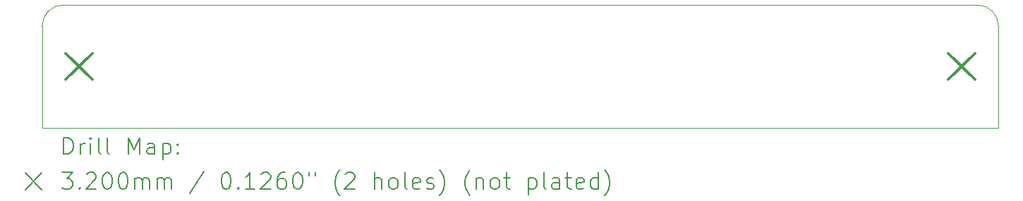
<source format=gbr>
%TF.GenerationSoftware,KiCad,Pcbnew,8.0.1*%
%TF.CreationDate,2024-07-20T21:20:03+01:00*%
%TF.ProjectId,MICRO_TRUNK_6_INSULATOR_BACK,4d494352-4f5f-4545-9255-4e4b5f365f49,rev?*%
%TF.SameCoordinates,Original*%
%TF.FileFunction,Drillmap*%
%TF.FilePolarity,Positive*%
%FSLAX45Y45*%
G04 Gerber Fmt 4.5, Leading zero omitted, Abs format (unit mm)*
G04 Created by KiCad (PCBNEW 8.0.1) date 2024-07-20 21:20:03*
%MOMM*%
%LPD*%
G01*
G04 APERTURE LIST*
%ADD10C,0.050000*%
%ADD11C,0.200000*%
%ADD12C,0.320000*%
G04 APERTURE END LIST*
D10*
X9238875Y-9230236D02*
X20202500Y-9230000D01*
X8981896Y-9487735D02*
G75*
G02*
X9238875Y-9230236I257504J-5D01*
G01*
X8981896Y-10715235D02*
X20460396Y-10715235D01*
X20460000Y-9486978D02*
X20460396Y-10715235D01*
X8981896Y-10715235D02*
X8981896Y-9487735D01*
X20202500Y-9230000D02*
G75*
G02*
X20460000Y-9486978I0J-257500D01*
G01*
D11*
D12*
X9262594Y-9812618D02*
X9582594Y-10132618D01*
X9582594Y-9812618D02*
X9262594Y-10132618D01*
X19859594Y-9812618D02*
X20179594Y-10132618D01*
X20179594Y-9812618D02*
X19859594Y-10132618D01*
D11*
X9240173Y-11029219D02*
X9240173Y-10829219D01*
X9240173Y-10829219D02*
X9287792Y-10829219D01*
X9287792Y-10829219D02*
X9316363Y-10838743D01*
X9316363Y-10838743D02*
X9335411Y-10857791D01*
X9335411Y-10857791D02*
X9344934Y-10876838D01*
X9344934Y-10876838D02*
X9354458Y-10914933D01*
X9354458Y-10914933D02*
X9354458Y-10943505D01*
X9354458Y-10943505D02*
X9344934Y-10981600D01*
X9344934Y-10981600D02*
X9335411Y-11000648D01*
X9335411Y-11000648D02*
X9316363Y-11019695D01*
X9316363Y-11019695D02*
X9287792Y-11029219D01*
X9287792Y-11029219D02*
X9240173Y-11029219D01*
X9440173Y-11029219D02*
X9440173Y-10895886D01*
X9440173Y-10933981D02*
X9449696Y-10914933D01*
X9449696Y-10914933D02*
X9459220Y-10905410D01*
X9459220Y-10905410D02*
X9478268Y-10895886D01*
X9478268Y-10895886D02*
X9497315Y-10895886D01*
X9563982Y-11029219D02*
X9563982Y-10895886D01*
X9563982Y-10829219D02*
X9554458Y-10838743D01*
X9554458Y-10838743D02*
X9563982Y-10848267D01*
X9563982Y-10848267D02*
X9573506Y-10838743D01*
X9573506Y-10838743D02*
X9563982Y-10829219D01*
X9563982Y-10829219D02*
X9563982Y-10848267D01*
X9687792Y-11029219D02*
X9668744Y-11019695D01*
X9668744Y-11019695D02*
X9659220Y-11000648D01*
X9659220Y-11000648D02*
X9659220Y-10829219D01*
X9792553Y-11029219D02*
X9773506Y-11019695D01*
X9773506Y-11019695D02*
X9763982Y-11000648D01*
X9763982Y-11000648D02*
X9763982Y-10829219D01*
X10021125Y-11029219D02*
X10021125Y-10829219D01*
X10021125Y-10829219D02*
X10087792Y-10972076D01*
X10087792Y-10972076D02*
X10154458Y-10829219D01*
X10154458Y-10829219D02*
X10154458Y-11029219D01*
X10335411Y-11029219D02*
X10335411Y-10924457D01*
X10335411Y-10924457D02*
X10325887Y-10905410D01*
X10325887Y-10905410D02*
X10306839Y-10895886D01*
X10306839Y-10895886D02*
X10268744Y-10895886D01*
X10268744Y-10895886D02*
X10249696Y-10905410D01*
X10335411Y-11019695D02*
X10316363Y-11029219D01*
X10316363Y-11029219D02*
X10268744Y-11029219D01*
X10268744Y-11029219D02*
X10249696Y-11019695D01*
X10249696Y-11019695D02*
X10240173Y-11000648D01*
X10240173Y-11000648D02*
X10240173Y-10981600D01*
X10240173Y-10981600D02*
X10249696Y-10962553D01*
X10249696Y-10962553D02*
X10268744Y-10953029D01*
X10268744Y-10953029D02*
X10316363Y-10953029D01*
X10316363Y-10953029D02*
X10335411Y-10943505D01*
X10430649Y-10895886D02*
X10430649Y-11095886D01*
X10430649Y-10905410D02*
X10449696Y-10895886D01*
X10449696Y-10895886D02*
X10487792Y-10895886D01*
X10487792Y-10895886D02*
X10506839Y-10905410D01*
X10506839Y-10905410D02*
X10516363Y-10914933D01*
X10516363Y-10914933D02*
X10525887Y-10933981D01*
X10525887Y-10933981D02*
X10525887Y-10991124D01*
X10525887Y-10991124D02*
X10516363Y-11010172D01*
X10516363Y-11010172D02*
X10506839Y-11019695D01*
X10506839Y-11019695D02*
X10487792Y-11029219D01*
X10487792Y-11029219D02*
X10449696Y-11029219D01*
X10449696Y-11029219D02*
X10430649Y-11019695D01*
X10611601Y-11010172D02*
X10621125Y-11019695D01*
X10621125Y-11019695D02*
X10611601Y-11029219D01*
X10611601Y-11029219D02*
X10602077Y-11019695D01*
X10602077Y-11019695D02*
X10611601Y-11010172D01*
X10611601Y-11010172D02*
X10611601Y-11029219D01*
X10611601Y-10905410D02*
X10621125Y-10914933D01*
X10621125Y-10914933D02*
X10611601Y-10924457D01*
X10611601Y-10924457D02*
X10602077Y-10914933D01*
X10602077Y-10914933D02*
X10611601Y-10905410D01*
X10611601Y-10905410D02*
X10611601Y-10924457D01*
X8779396Y-11257735D02*
X8979396Y-11457735D01*
X8979396Y-11257735D02*
X8779396Y-11457735D01*
X9221125Y-11249219D02*
X9344934Y-11249219D01*
X9344934Y-11249219D02*
X9278268Y-11325410D01*
X9278268Y-11325410D02*
X9306839Y-11325410D01*
X9306839Y-11325410D02*
X9325887Y-11334933D01*
X9325887Y-11334933D02*
X9335411Y-11344457D01*
X9335411Y-11344457D02*
X9344934Y-11363505D01*
X9344934Y-11363505D02*
X9344934Y-11411124D01*
X9344934Y-11411124D02*
X9335411Y-11430171D01*
X9335411Y-11430171D02*
X9325887Y-11439695D01*
X9325887Y-11439695D02*
X9306839Y-11449219D01*
X9306839Y-11449219D02*
X9249696Y-11449219D01*
X9249696Y-11449219D02*
X9230649Y-11439695D01*
X9230649Y-11439695D02*
X9221125Y-11430171D01*
X9430649Y-11430171D02*
X9440173Y-11439695D01*
X9440173Y-11439695D02*
X9430649Y-11449219D01*
X9430649Y-11449219D02*
X9421125Y-11439695D01*
X9421125Y-11439695D02*
X9430649Y-11430171D01*
X9430649Y-11430171D02*
X9430649Y-11449219D01*
X9516363Y-11268267D02*
X9525887Y-11258743D01*
X9525887Y-11258743D02*
X9544934Y-11249219D01*
X9544934Y-11249219D02*
X9592554Y-11249219D01*
X9592554Y-11249219D02*
X9611601Y-11258743D01*
X9611601Y-11258743D02*
X9621125Y-11268267D01*
X9621125Y-11268267D02*
X9630649Y-11287314D01*
X9630649Y-11287314D02*
X9630649Y-11306362D01*
X9630649Y-11306362D02*
X9621125Y-11334933D01*
X9621125Y-11334933D02*
X9506839Y-11449219D01*
X9506839Y-11449219D02*
X9630649Y-11449219D01*
X9754458Y-11249219D02*
X9773506Y-11249219D01*
X9773506Y-11249219D02*
X9792554Y-11258743D01*
X9792554Y-11258743D02*
X9802077Y-11268267D01*
X9802077Y-11268267D02*
X9811601Y-11287314D01*
X9811601Y-11287314D02*
X9821125Y-11325410D01*
X9821125Y-11325410D02*
X9821125Y-11373029D01*
X9821125Y-11373029D02*
X9811601Y-11411124D01*
X9811601Y-11411124D02*
X9802077Y-11430171D01*
X9802077Y-11430171D02*
X9792554Y-11439695D01*
X9792554Y-11439695D02*
X9773506Y-11449219D01*
X9773506Y-11449219D02*
X9754458Y-11449219D01*
X9754458Y-11449219D02*
X9735411Y-11439695D01*
X9735411Y-11439695D02*
X9725887Y-11430171D01*
X9725887Y-11430171D02*
X9716363Y-11411124D01*
X9716363Y-11411124D02*
X9706839Y-11373029D01*
X9706839Y-11373029D02*
X9706839Y-11325410D01*
X9706839Y-11325410D02*
X9716363Y-11287314D01*
X9716363Y-11287314D02*
X9725887Y-11268267D01*
X9725887Y-11268267D02*
X9735411Y-11258743D01*
X9735411Y-11258743D02*
X9754458Y-11249219D01*
X9944934Y-11249219D02*
X9963982Y-11249219D01*
X9963982Y-11249219D02*
X9983030Y-11258743D01*
X9983030Y-11258743D02*
X9992554Y-11268267D01*
X9992554Y-11268267D02*
X10002077Y-11287314D01*
X10002077Y-11287314D02*
X10011601Y-11325410D01*
X10011601Y-11325410D02*
X10011601Y-11373029D01*
X10011601Y-11373029D02*
X10002077Y-11411124D01*
X10002077Y-11411124D02*
X9992554Y-11430171D01*
X9992554Y-11430171D02*
X9983030Y-11439695D01*
X9983030Y-11439695D02*
X9963982Y-11449219D01*
X9963982Y-11449219D02*
X9944934Y-11449219D01*
X9944934Y-11449219D02*
X9925887Y-11439695D01*
X9925887Y-11439695D02*
X9916363Y-11430171D01*
X9916363Y-11430171D02*
X9906839Y-11411124D01*
X9906839Y-11411124D02*
X9897315Y-11373029D01*
X9897315Y-11373029D02*
X9897315Y-11325410D01*
X9897315Y-11325410D02*
X9906839Y-11287314D01*
X9906839Y-11287314D02*
X9916363Y-11268267D01*
X9916363Y-11268267D02*
X9925887Y-11258743D01*
X9925887Y-11258743D02*
X9944934Y-11249219D01*
X10097315Y-11449219D02*
X10097315Y-11315886D01*
X10097315Y-11334933D02*
X10106839Y-11325410D01*
X10106839Y-11325410D02*
X10125887Y-11315886D01*
X10125887Y-11315886D02*
X10154458Y-11315886D01*
X10154458Y-11315886D02*
X10173506Y-11325410D01*
X10173506Y-11325410D02*
X10183030Y-11344457D01*
X10183030Y-11344457D02*
X10183030Y-11449219D01*
X10183030Y-11344457D02*
X10192554Y-11325410D01*
X10192554Y-11325410D02*
X10211601Y-11315886D01*
X10211601Y-11315886D02*
X10240173Y-11315886D01*
X10240173Y-11315886D02*
X10259220Y-11325410D01*
X10259220Y-11325410D02*
X10268744Y-11344457D01*
X10268744Y-11344457D02*
X10268744Y-11449219D01*
X10363982Y-11449219D02*
X10363982Y-11315886D01*
X10363982Y-11334933D02*
X10373506Y-11325410D01*
X10373506Y-11325410D02*
X10392554Y-11315886D01*
X10392554Y-11315886D02*
X10421125Y-11315886D01*
X10421125Y-11315886D02*
X10440173Y-11325410D01*
X10440173Y-11325410D02*
X10449696Y-11344457D01*
X10449696Y-11344457D02*
X10449696Y-11449219D01*
X10449696Y-11344457D02*
X10459220Y-11325410D01*
X10459220Y-11325410D02*
X10478268Y-11315886D01*
X10478268Y-11315886D02*
X10506839Y-11315886D01*
X10506839Y-11315886D02*
X10525887Y-11325410D01*
X10525887Y-11325410D02*
X10535411Y-11344457D01*
X10535411Y-11344457D02*
X10535411Y-11449219D01*
X10925887Y-11239695D02*
X10754458Y-11496838D01*
X11183030Y-11249219D02*
X11202077Y-11249219D01*
X11202077Y-11249219D02*
X11221125Y-11258743D01*
X11221125Y-11258743D02*
X11230649Y-11268267D01*
X11230649Y-11268267D02*
X11240173Y-11287314D01*
X11240173Y-11287314D02*
X11249696Y-11325410D01*
X11249696Y-11325410D02*
X11249696Y-11373029D01*
X11249696Y-11373029D02*
X11240173Y-11411124D01*
X11240173Y-11411124D02*
X11230649Y-11430171D01*
X11230649Y-11430171D02*
X11221125Y-11439695D01*
X11221125Y-11439695D02*
X11202077Y-11449219D01*
X11202077Y-11449219D02*
X11183030Y-11449219D01*
X11183030Y-11449219D02*
X11163982Y-11439695D01*
X11163982Y-11439695D02*
X11154458Y-11430171D01*
X11154458Y-11430171D02*
X11144935Y-11411124D01*
X11144935Y-11411124D02*
X11135411Y-11373029D01*
X11135411Y-11373029D02*
X11135411Y-11325410D01*
X11135411Y-11325410D02*
X11144935Y-11287314D01*
X11144935Y-11287314D02*
X11154458Y-11268267D01*
X11154458Y-11268267D02*
X11163982Y-11258743D01*
X11163982Y-11258743D02*
X11183030Y-11249219D01*
X11335411Y-11430171D02*
X11344935Y-11439695D01*
X11344935Y-11439695D02*
X11335411Y-11449219D01*
X11335411Y-11449219D02*
X11325887Y-11439695D01*
X11325887Y-11439695D02*
X11335411Y-11430171D01*
X11335411Y-11430171D02*
X11335411Y-11449219D01*
X11535411Y-11449219D02*
X11421125Y-11449219D01*
X11478268Y-11449219D02*
X11478268Y-11249219D01*
X11478268Y-11249219D02*
X11459220Y-11277791D01*
X11459220Y-11277791D02*
X11440173Y-11296838D01*
X11440173Y-11296838D02*
X11421125Y-11306362D01*
X11611601Y-11268267D02*
X11621125Y-11258743D01*
X11621125Y-11258743D02*
X11640173Y-11249219D01*
X11640173Y-11249219D02*
X11687792Y-11249219D01*
X11687792Y-11249219D02*
X11706839Y-11258743D01*
X11706839Y-11258743D02*
X11716363Y-11268267D01*
X11716363Y-11268267D02*
X11725887Y-11287314D01*
X11725887Y-11287314D02*
X11725887Y-11306362D01*
X11725887Y-11306362D02*
X11716363Y-11334933D01*
X11716363Y-11334933D02*
X11602077Y-11449219D01*
X11602077Y-11449219D02*
X11725887Y-11449219D01*
X11897316Y-11249219D02*
X11859220Y-11249219D01*
X11859220Y-11249219D02*
X11840173Y-11258743D01*
X11840173Y-11258743D02*
X11830649Y-11268267D01*
X11830649Y-11268267D02*
X11811601Y-11296838D01*
X11811601Y-11296838D02*
X11802077Y-11334933D01*
X11802077Y-11334933D02*
X11802077Y-11411124D01*
X11802077Y-11411124D02*
X11811601Y-11430171D01*
X11811601Y-11430171D02*
X11821125Y-11439695D01*
X11821125Y-11439695D02*
X11840173Y-11449219D01*
X11840173Y-11449219D02*
X11878268Y-11449219D01*
X11878268Y-11449219D02*
X11897316Y-11439695D01*
X11897316Y-11439695D02*
X11906839Y-11430171D01*
X11906839Y-11430171D02*
X11916363Y-11411124D01*
X11916363Y-11411124D02*
X11916363Y-11363505D01*
X11916363Y-11363505D02*
X11906839Y-11344457D01*
X11906839Y-11344457D02*
X11897316Y-11334933D01*
X11897316Y-11334933D02*
X11878268Y-11325410D01*
X11878268Y-11325410D02*
X11840173Y-11325410D01*
X11840173Y-11325410D02*
X11821125Y-11334933D01*
X11821125Y-11334933D02*
X11811601Y-11344457D01*
X11811601Y-11344457D02*
X11802077Y-11363505D01*
X12040173Y-11249219D02*
X12059220Y-11249219D01*
X12059220Y-11249219D02*
X12078268Y-11258743D01*
X12078268Y-11258743D02*
X12087792Y-11268267D01*
X12087792Y-11268267D02*
X12097316Y-11287314D01*
X12097316Y-11287314D02*
X12106839Y-11325410D01*
X12106839Y-11325410D02*
X12106839Y-11373029D01*
X12106839Y-11373029D02*
X12097316Y-11411124D01*
X12097316Y-11411124D02*
X12087792Y-11430171D01*
X12087792Y-11430171D02*
X12078268Y-11439695D01*
X12078268Y-11439695D02*
X12059220Y-11449219D01*
X12059220Y-11449219D02*
X12040173Y-11449219D01*
X12040173Y-11449219D02*
X12021125Y-11439695D01*
X12021125Y-11439695D02*
X12011601Y-11430171D01*
X12011601Y-11430171D02*
X12002077Y-11411124D01*
X12002077Y-11411124D02*
X11992554Y-11373029D01*
X11992554Y-11373029D02*
X11992554Y-11325410D01*
X11992554Y-11325410D02*
X12002077Y-11287314D01*
X12002077Y-11287314D02*
X12011601Y-11268267D01*
X12011601Y-11268267D02*
X12021125Y-11258743D01*
X12021125Y-11258743D02*
X12040173Y-11249219D01*
X12183030Y-11249219D02*
X12183030Y-11287314D01*
X12259220Y-11249219D02*
X12259220Y-11287314D01*
X12554459Y-11525410D02*
X12544935Y-11515886D01*
X12544935Y-11515886D02*
X12525887Y-11487314D01*
X12525887Y-11487314D02*
X12516363Y-11468267D01*
X12516363Y-11468267D02*
X12506839Y-11439695D01*
X12506839Y-11439695D02*
X12497316Y-11392076D01*
X12497316Y-11392076D02*
X12497316Y-11353981D01*
X12497316Y-11353981D02*
X12506839Y-11306362D01*
X12506839Y-11306362D02*
X12516363Y-11277791D01*
X12516363Y-11277791D02*
X12525887Y-11258743D01*
X12525887Y-11258743D02*
X12544935Y-11230171D01*
X12544935Y-11230171D02*
X12554459Y-11220648D01*
X12621125Y-11268267D02*
X12630649Y-11258743D01*
X12630649Y-11258743D02*
X12649697Y-11249219D01*
X12649697Y-11249219D02*
X12697316Y-11249219D01*
X12697316Y-11249219D02*
X12716363Y-11258743D01*
X12716363Y-11258743D02*
X12725887Y-11268267D01*
X12725887Y-11268267D02*
X12735411Y-11287314D01*
X12735411Y-11287314D02*
X12735411Y-11306362D01*
X12735411Y-11306362D02*
X12725887Y-11334933D01*
X12725887Y-11334933D02*
X12611601Y-11449219D01*
X12611601Y-11449219D02*
X12735411Y-11449219D01*
X12973506Y-11449219D02*
X12973506Y-11249219D01*
X13059220Y-11449219D02*
X13059220Y-11344457D01*
X13059220Y-11344457D02*
X13049697Y-11325410D01*
X13049697Y-11325410D02*
X13030649Y-11315886D01*
X13030649Y-11315886D02*
X13002078Y-11315886D01*
X13002078Y-11315886D02*
X12983030Y-11325410D01*
X12983030Y-11325410D02*
X12973506Y-11334933D01*
X13183030Y-11449219D02*
X13163982Y-11439695D01*
X13163982Y-11439695D02*
X13154459Y-11430171D01*
X13154459Y-11430171D02*
X13144935Y-11411124D01*
X13144935Y-11411124D02*
X13144935Y-11353981D01*
X13144935Y-11353981D02*
X13154459Y-11334933D01*
X13154459Y-11334933D02*
X13163982Y-11325410D01*
X13163982Y-11325410D02*
X13183030Y-11315886D01*
X13183030Y-11315886D02*
X13211601Y-11315886D01*
X13211601Y-11315886D02*
X13230649Y-11325410D01*
X13230649Y-11325410D02*
X13240173Y-11334933D01*
X13240173Y-11334933D02*
X13249697Y-11353981D01*
X13249697Y-11353981D02*
X13249697Y-11411124D01*
X13249697Y-11411124D02*
X13240173Y-11430171D01*
X13240173Y-11430171D02*
X13230649Y-11439695D01*
X13230649Y-11439695D02*
X13211601Y-11449219D01*
X13211601Y-11449219D02*
X13183030Y-11449219D01*
X13363982Y-11449219D02*
X13344935Y-11439695D01*
X13344935Y-11439695D02*
X13335411Y-11420648D01*
X13335411Y-11420648D02*
X13335411Y-11249219D01*
X13516363Y-11439695D02*
X13497316Y-11449219D01*
X13497316Y-11449219D02*
X13459220Y-11449219D01*
X13459220Y-11449219D02*
X13440173Y-11439695D01*
X13440173Y-11439695D02*
X13430649Y-11420648D01*
X13430649Y-11420648D02*
X13430649Y-11344457D01*
X13430649Y-11344457D02*
X13440173Y-11325410D01*
X13440173Y-11325410D02*
X13459220Y-11315886D01*
X13459220Y-11315886D02*
X13497316Y-11315886D01*
X13497316Y-11315886D02*
X13516363Y-11325410D01*
X13516363Y-11325410D02*
X13525887Y-11344457D01*
X13525887Y-11344457D02*
X13525887Y-11363505D01*
X13525887Y-11363505D02*
X13430649Y-11382552D01*
X13602078Y-11439695D02*
X13621125Y-11449219D01*
X13621125Y-11449219D02*
X13659220Y-11449219D01*
X13659220Y-11449219D02*
X13678268Y-11439695D01*
X13678268Y-11439695D02*
X13687792Y-11420648D01*
X13687792Y-11420648D02*
X13687792Y-11411124D01*
X13687792Y-11411124D02*
X13678268Y-11392076D01*
X13678268Y-11392076D02*
X13659220Y-11382552D01*
X13659220Y-11382552D02*
X13630649Y-11382552D01*
X13630649Y-11382552D02*
X13611601Y-11373029D01*
X13611601Y-11373029D02*
X13602078Y-11353981D01*
X13602078Y-11353981D02*
X13602078Y-11344457D01*
X13602078Y-11344457D02*
X13611601Y-11325410D01*
X13611601Y-11325410D02*
X13630649Y-11315886D01*
X13630649Y-11315886D02*
X13659220Y-11315886D01*
X13659220Y-11315886D02*
X13678268Y-11325410D01*
X13754459Y-11525410D02*
X13763982Y-11515886D01*
X13763982Y-11515886D02*
X13783030Y-11487314D01*
X13783030Y-11487314D02*
X13792554Y-11468267D01*
X13792554Y-11468267D02*
X13802078Y-11439695D01*
X13802078Y-11439695D02*
X13811601Y-11392076D01*
X13811601Y-11392076D02*
X13811601Y-11353981D01*
X13811601Y-11353981D02*
X13802078Y-11306362D01*
X13802078Y-11306362D02*
X13792554Y-11277791D01*
X13792554Y-11277791D02*
X13783030Y-11258743D01*
X13783030Y-11258743D02*
X13763982Y-11230171D01*
X13763982Y-11230171D02*
X13754459Y-11220648D01*
X14116363Y-11525410D02*
X14106840Y-11515886D01*
X14106840Y-11515886D02*
X14087792Y-11487314D01*
X14087792Y-11487314D02*
X14078268Y-11468267D01*
X14078268Y-11468267D02*
X14068744Y-11439695D01*
X14068744Y-11439695D02*
X14059221Y-11392076D01*
X14059221Y-11392076D02*
X14059221Y-11353981D01*
X14059221Y-11353981D02*
X14068744Y-11306362D01*
X14068744Y-11306362D02*
X14078268Y-11277791D01*
X14078268Y-11277791D02*
X14087792Y-11258743D01*
X14087792Y-11258743D02*
X14106840Y-11230171D01*
X14106840Y-11230171D02*
X14116363Y-11220648D01*
X14192554Y-11315886D02*
X14192554Y-11449219D01*
X14192554Y-11334933D02*
X14202078Y-11325410D01*
X14202078Y-11325410D02*
X14221125Y-11315886D01*
X14221125Y-11315886D02*
X14249697Y-11315886D01*
X14249697Y-11315886D02*
X14268744Y-11325410D01*
X14268744Y-11325410D02*
X14278268Y-11344457D01*
X14278268Y-11344457D02*
X14278268Y-11449219D01*
X14402078Y-11449219D02*
X14383030Y-11439695D01*
X14383030Y-11439695D02*
X14373506Y-11430171D01*
X14373506Y-11430171D02*
X14363982Y-11411124D01*
X14363982Y-11411124D02*
X14363982Y-11353981D01*
X14363982Y-11353981D02*
X14373506Y-11334933D01*
X14373506Y-11334933D02*
X14383030Y-11325410D01*
X14383030Y-11325410D02*
X14402078Y-11315886D01*
X14402078Y-11315886D02*
X14430649Y-11315886D01*
X14430649Y-11315886D02*
X14449697Y-11325410D01*
X14449697Y-11325410D02*
X14459221Y-11334933D01*
X14459221Y-11334933D02*
X14468744Y-11353981D01*
X14468744Y-11353981D02*
X14468744Y-11411124D01*
X14468744Y-11411124D02*
X14459221Y-11430171D01*
X14459221Y-11430171D02*
X14449697Y-11439695D01*
X14449697Y-11439695D02*
X14430649Y-11449219D01*
X14430649Y-11449219D02*
X14402078Y-11449219D01*
X14525887Y-11315886D02*
X14602078Y-11315886D01*
X14554459Y-11249219D02*
X14554459Y-11420648D01*
X14554459Y-11420648D02*
X14563982Y-11439695D01*
X14563982Y-11439695D02*
X14583030Y-11449219D01*
X14583030Y-11449219D02*
X14602078Y-11449219D01*
X14821125Y-11315886D02*
X14821125Y-11515886D01*
X14821125Y-11325410D02*
X14840173Y-11315886D01*
X14840173Y-11315886D02*
X14878268Y-11315886D01*
X14878268Y-11315886D02*
X14897316Y-11325410D01*
X14897316Y-11325410D02*
X14906840Y-11334933D01*
X14906840Y-11334933D02*
X14916363Y-11353981D01*
X14916363Y-11353981D02*
X14916363Y-11411124D01*
X14916363Y-11411124D02*
X14906840Y-11430171D01*
X14906840Y-11430171D02*
X14897316Y-11439695D01*
X14897316Y-11439695D02*
X14878268Y-11449219D01*
X14878268Y-11449219D02*
X14840173Y-11449219D01*
X14840173Y-11449219D02*
X14821125Y-11439695D01*
X15030649Y-11449219D02*
X15011602Y-11439695D01*
X15011602Y-11439695D02*
X15002078Y-11420648D01*
X15002078Y-11420648D02*
X15002078Y-11249219D01*
X15192554Y-11449219D02*
X15192554Y-11344457D01*
X15192554Y-11344457D02*
X15183030Y-11325410D01*
X15183030Y-11325410D02*
X15163983Y-11315886D01*
X15163983Y-11315886D02*
X15125887Y-11315886D01*
X15125887Y-11315886D02*
X15106840Y-11325410D01*
X15192554Y-11439695D02*
X15173506Y-11449219D01*
X15173506Y-11449219D02*
X15125887Y-11449219D01*
X15125887Y-11449219D02*
X15106840Y-11439695D01*
X15106840Y-11439695D02*
X15097316Y-11420648D01*
X15097316Y-11420648D02*
X15097316Y-11401600D01*
X15097316Y-11401600D02*
X15106840Y-11382552D01*
X15106840Y-11382552D02*
X15125887Y-11373029D01*
X15125887Y-11373029D02*
X15173506Y-11373029D01*
X15173506Y-11373029D02*
X15192554Y-11363505D01*
X15259221Y-11315886D02*
X15335411Y-11315886D01*
X15287792Y-11249219D02*
X15287792Y-11420648D01*
X15287792Y-11420648D02*
X15297316Y-11439695D01*
X15297316Y-11439695D02*
X15316363Y-11449219D01*
X15316363Y-11449219D02*
X15335411Y-11449219D01*
X15478268Y-11439695D02*
X15459221Y-11449219D01*
X15459221Y-11449219D02*
X15421125Y-11449219D01*
X15421125Y-11449219D02*
X15402078Y-11439695D01*
X15402078Y-11439695D02*
X15392554Y-11420648D01*
X15392554Y-11420648D02*
X15392554Y-11344457D01*
X15392554Y-11344457D02*
X15402078Y-11325410D01*
X15402078Y-11325410D02*
X15421125Y-11315886D01*
X15421125Y-11315886D02*
X15459221Y-11315886D01*
X15459221Y-11315886D02*
X15478268Y-11325410D01*
X15478268Y-11325410D02*
X15487792Y-11344457D01*
X15487792Y-11344457D02*
X15487792Y-11363505D01*
X15487792Y-11363505D02*
X15392554Y-11382552D01*
X15659221Y-11449219D02*
X15659221Y-11249219D01*
X15659221Y-11439695D02*
X15640173Y-11449219D01*
X15640173Y-11449219D02*
X15602078Y-11449219D01*
X15602078Y-11449219D02*
X15583030Y-11439695D01*
X15583030Y-11439695D02*
X15573506Y-11430171D01*
X15573506Y-11430171D02*
X15563983Y-11411124D01*
X15563983Y-11411124D02*
X15563983Y-11353981D01*
X15563983Y-11353981D02*
X15573506Y-11334933D01*
X15573506Y-11334933D02*
X15583030Y-11325410D01*
X15583030Y-11325410D02*
X15602078Y-11315886D01*
X15602078Y-11315886D02*
X15640173Y-11315886D01*
X15640173Y-11315886D02*
X15659221Y-11325410D01*
X15735411Y-11525410D02*
X15744935Y-11515886D01*
X15744935Y-11515886D02*
X15763983Y-11487314D01*
X15763983Y-11487314D02*
X15773506Y-11468267D01*
X15773506Y-11468267D02*
X15783030Y-11439695D01*
X15783030Y-11439695D02*
X15792554Y-11392076D01*
X15792554Y-11392076D02*
X15792554Y-11353981D01*
X15792554Y-11353981D02*
X15783030Y-11306362D01*
X15783030Y-11306362D02*
X15773506Y-11277791D01*
X15773506Y-11277791D02*
X15763983Y-11258743D01*
X15763983Y-11258743D02*
X15744935Y-11230171D01*
X15744935Y-11230171D02*
X15735411Y-11220648D01*
M02*

</source>
